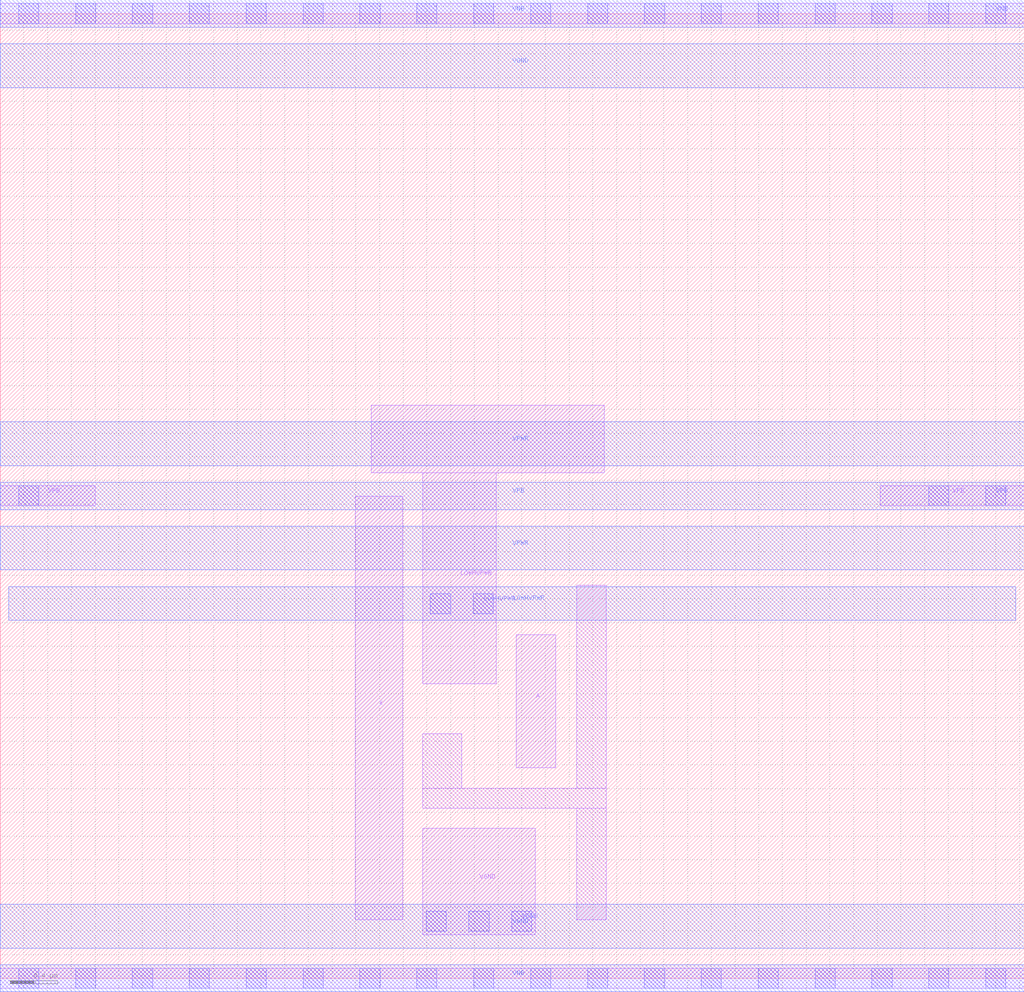
<source format=lef>
# Copyright 2020 The SkyWater PDK Authors
#
# Licensed under the Apache License, Version 2.0 (the "License");
# you may not use this file except in compliance with the License.
# You may obtain a copy of the License at
#
#     https://www.apache.org/licenses/LICENSE-2.0
#
# Unless required by applicable law or agreed to in writing, software
# distributed under the License is distributed on an "AS IS" BASIS,
# WITHOUT WARRANTIES OR CONDITIONS OF ANY KIND, either express or implied.
# See the License for the specific language governing permissions and
# limitations under the License.
#
# SPDX-License-Identifier: Apache-2.0

VERSION 5.5 ;
NAMESCASESENSITIVE ON ;
BUSBITCHARS "[]" ;
DIVIDERCHAR "/" ;
MACRO sky130_fd_sc_hvl__lsbufhv2hv_hl_1
  CLASS CORE ;
  SOURCE USER ;
  ORIGIN  0.000000  0.000000 ;
  SIZE  8.640000 BY  8.140000 ;
  SYMMETRY X Y R90 ;
  SITE unithv ;
  PIN A
    ANTENNAGATEAREA  0.585000 ;
    DIRECTION INPUT ;
    USE SIGNAL ;
    PORT
      LAYER li1 ;
        RECT 4.355000 1.775000 4.685000 2.900000 ;
    END
  END A
  PIN X
    ANTENNADIFFAREA  0.626250 ;
    DIRECTION OUTPUT ;
    USE SIGNAL ;
    PORT
      LAYER li1 ;
        RECT 2.995000 0.495000 3.395000 4.065000 ;
    END
  END X
  PIN LOWHVPWR
    DIRECTION INOUT ;
    USE POWER ;
    PORT
      LAYER li1 ;
        RECT 3.130000 4.265000 5.095000 4.835000 ;
        RECT 3.565000 2.485000 4.185000 4.265000 ;
    END
    PORT
      LAYER mcon ;
        RECT 3.630000 3.075000 3.800000 3.245000 ;
        RECT 3.990000 3.075000 4.160000 3.245000 ;
    END
    PORT
      LAYER met1 ;
        RECT 0.070000 3.020000 8.570000 3.305000 ;
    END
  END LOWHVPWR
  PIN VGND
    DIRECTION INOUT ;
    USE GROUND ;
    PORT
      LAYER li1 ;
        RECT 3.565000 0.365000 4.515000 1.265000 ;
    END
    PORT
      LAYER mcon ;
        RECT 3.595000 0.395000 3.765000 0.565000 ;
        RECT 3.955000 0.395000 4.125000 0.565000 ;
        RECT 4.315000 0.395000 4.485000 0.565000 ;
    END
    PORT
      LAYER met1 ;
        RECT 0.000000 0.255000 8.640000 0.625000 ;
    END
    PORT
      LAYER met1 ;
        RECT 0.000000 7.515000 8.640000 7.885000 ;
    END
  END VGND
  PIN VNB
    DIRECTION INOUT ;
    USE GROUND ;
    PORT
      LAYER li1 ;
        RECT 0.000000 -0.085000 8.640000 0.085000 ;
    END
    PORT
      LAYER li1 ;
        RECT 0.000000 8.055000 8.640000 8.225000 ;
    END
    PORT
      LAYER mcon ;
        RECT 0.155000 -0.085000 0.325000 0.085000 ;
        RECT 0.155000  8.055000 0.325000 8.225000 ;
        RECT 0.635000 -0.085000 0.805000 0.085000 ;
        RECT 0.635000  8.055000 0.805000 8.225000 ;
        RECT 1.115000 -0.085000 1.285000 0.085000 ;
        RECT 1.115000  8.055000 1.285000 8.225000 ;
        RECT 1.595000 -0.085000 1.765000 0.085000 ;
        RECT 1.595000  8.055000 1.765000 8.225000 ;
        RECT 2.075000 -0.085000 2.245000 0.085000 ;
        RECT 2.075000  8.055000 2.245000 8.225000 ;
        RECT 2.555000 -0.085000 2.725000 0.085000 ;
        RECT 2.555000  8.055000 2.725000 8.225000 ;
        RECT 3.035000 -0.085000 3.205000 0.085000 ;
        RECT 3.035000  8.055000 3.205000 8.225000 ;
        RECT 3.515000 -0.085000 3.685000 0.085000 ;
        RECT 3.515000  8.055000 3.685000 8.225000 ;
        RECT 3.995000 -0.085000 4.165000 0.085000 ;
        RECT 3.995000  8.055000 4.165000 8.225000 ;
        RECT 4.475000 -0.085000 4.645000 0.085000 ;
        RECT 4.475000  8.055000 4.645000 8.225000 ;
        RECT 4.955000 -0.085000 5.125000 0.085000 ;
        RECT 4.955000  8.055000 5.125000 8.225000 ;
        RECT 5.435000 -0.085000 5.605000 0.085000 ;
        RECT 5.435000  8.055000 5.605000 8.225000 ;
        RECT 5.915000 -0.085000 6.085000 0.085000 ;
        RECT 5.915000  8.055000 6.085000 8.225000 ;
        RECT 6.395000 -0.085000 6.565000 0.085000 ;
        RECT 6.395000  8.055000 6.565000 8.225000 ;
        RECT 6.875000 -0.085000 7.045000 0.085000 ;
        RECT 6.875000  8.055000 7.045000 8.225000 ;
        RECT 7.355000 -0.085000 7.525000 0.085000 ;
        RECT 7.355000  8.055000 7.525000 8.225000 ;
        RECT 7.835000 -0.085000 8.005000 0.085000 ;
        RECT 7.835000  8.055000 8.005000 8.225000 ;
        RECT 8.315000 -0.085000 8.485000 0.085000 ;
        RECT 8.315000  8.055000 8.485000 8.225000 ;
    END
    PORT
      LAYER met1 ;
        RECT 0.000000 -0.115000 8.640000 0.115000 ;
    END
    PORT
      LAYER met1 ;
        RECT 0.000000 8.025000 8.640000 8.255000 ;
    END
  END VNB
  PIN VPB
    DIRECTION INOUT ;
    USE POWER ;
    PORT
      LAYER li1 ;
        RECT 0.000000 3.985000 0.800000 4.155000 ;
    END
    PORT
      LAYER li1 ;
        RECT 7.425000 3.985000 8.640000 4.155000 ;
    END
    PORT
      LAYER mcon ;
        RECT 0.155000 3.985000 0.325000 4.155000 ;
        RECT 7.835000 3.985000 8.005000 4.155000 ;
        RECT 8.315000 3.985000 8.485000 4.155000 ;
    END
    PORT
      LAYER met1 ;
        RECT 0.000000 3.955000 8.640000 4.185000 ;
    END
  END VPB
  PIN VPWR
    DIRECTION INOUT ;
    USE POWER ;
    PORT
      LAYER met1 ;
        RECT 0.000000 3.445000 8.640000 3.815000 ;
    END
    PORT
      LAYER met1 ;
        RECT 0.000000 4.325000 8.640000 4.695000 ;
    END
  END VPWR
  OBS
    LAYER li1 ;
      RECT 3.565000 1.435000 5.115000 1.605000 ;
      RECT 3.565000 1.605000 3.895000 2.065000 ;
      RECT 4.865000 0.495000 5.115000 1.435000 ;
      RECT 4.865000 1.605000 5.115000 3.315000 ;
  END
END sky130_fd_sc_hvl__lsbufhv2hv_hl_1
END LIBRARY

</source>
